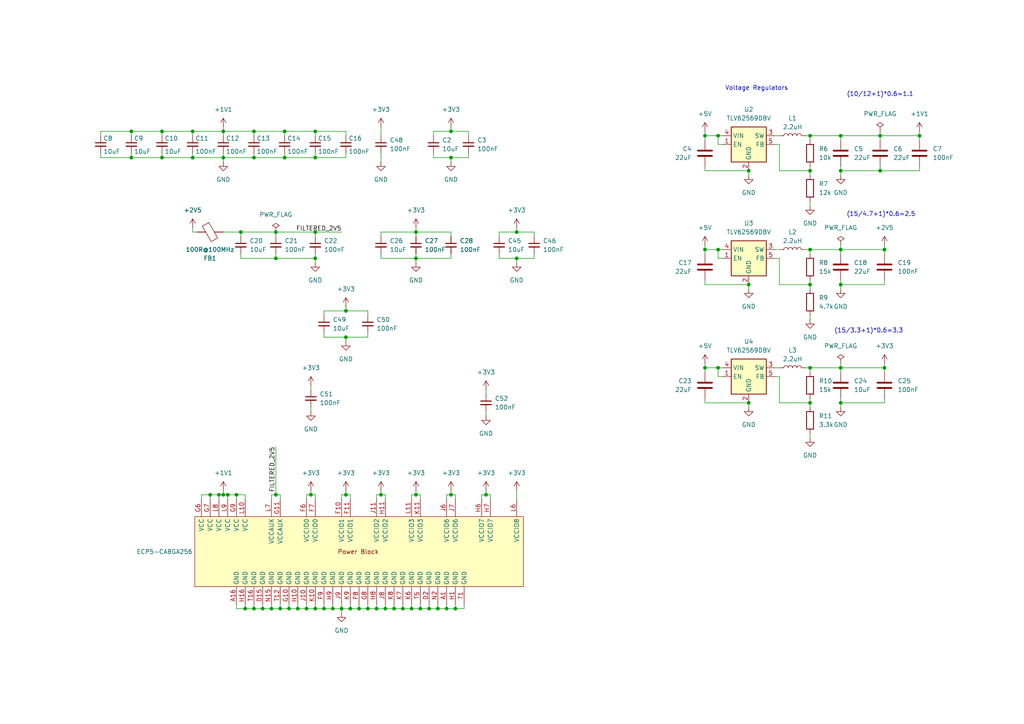
<source format=kicad_sch>
(kicad_sch (version 20250114) (generator "eeschema") (generator_version "9.0")
  (paper "A4")
  (title_block (title "Icepi zero") (date "2025-07-02") (rev "v1.2") (company "Chengyin Yao (cheyao)") (comment 1 "https://github.com/cheyao/icepi-zero") (comment 9 "OSHWA FR000026"))
  (text "(15/4.7+1)*0.6=2.5" (at 255.524 62.23 0) (effects (font (size 1.27 1.27))))
  (text "(10/12+1)*0.6=1.1" (at 255.27 27.432 0) (effects (font (size 1.27 1.27))))
  (text "(15/3.3+1)*0.6=3.3" (at 251.968 96.012 0) (effects (font (size 1.27 1.27))))
  (text "Voltage Regulators" (at 219.456 25.654 0) (effects (font (size 1.27 1.27))))
  (junction (at 104.14 176.53))
  (junction (at 91.44 38.1))
  (junction (at 234.95 82.55))
  (junction (at 66.04 143.51))
  (junction (at 149.86 67.31))
  (junction (at 234.95 116.84))
  (junction (at 86.36 176.53))
  (junction (at 68.58 143.51))
  (junction (at 116.84 176.53))
  (junction (at 243.84 116.84))
  (junction (at 208.28 72.39))
  (junction (at 129.54 176.53))
  (junction (at 243.84 49.53))
  (junction (at 64.77 38.1))
  (junction (at 101.6 176.53))
  (junction (at 132.08 176.53))
  (junction (at 255.27 39.37))
  (junction (at 130.81 143.51))
  (junction (at 46.99 38.1))
  (junction (at 130.81 45.72))
  (junction (at 243.84 39.37))
  (junction (at 100.33 97.79))
  (junction (at 71.12 176.53))
  (junction (at 93.98 176.53))
  (junction (at 99.06 176.53))
  (junction (at 266.7 39.37))
  (junction (at 100.33 90.17))
  (junction (at 243.84 82.55))
  (junction (at 109.22 176.53))
  (junction (at 124.46 176.53))
  (junction (at 120.65 74.93))
  (junction (at 73.66 176.53))
  (junction (at 91.44 45.72))
  (junction (at 208.28 39.37))
  (junction (at 91.44 67.31))
  (junction (at 234.95 49.53))
  (junction (at 83.82 176.53))
  (junction (at 204.47 39.37))
  (junction (at 243.84 106.68))
  (junction (at 217.17 49.53))
  (junction (at 208.28 106.68))
  (junction (at 60.96 143.51))
  (junction (at 38.1 45.72))
  (junction (at 149.86 74.93))
  (junction (at 55.88 45.72))
  (junction (at 80.01 67.31))
  (junction (at 90.17 143.51))
  (junction (at 69.85 67.31))
  (junction (at 119.38 176.53))
  (junction (at 100.33 143.51))
  (junction (at 81.28 176.53))
  (junction (at 114.3 176.53))
  (junction (at 121.92 176.53))
  (junction (at 64.77 45.72))
  (junction (at 234.95 106.68))
  (junction (at 217.17 116.84))
  (junction (at 243.84 72.39))
  (junction (at 256.54 72.39))
  (junction (at 120.65 67.31))
  (junction (at 106.68 176.53))
  (junction (at 82.55 45.72))
  (junction (at 130.81 38.1))
  (junction (at 38.1 38.1))
  (junction (at 204.47 106.68))
  (junction (at 46.99 45.72))
  (junction (at 82.55 38.1))
  (junction (at 256.54 106.68))
  (junction (at 80.01 143.51))
  (junction (at 96.52 176.53))
  (junction (at 73.66 45.72))
  (junction (at 127 176.53))
  (junction (at 91.44 74.93))
  (junction (at 140.97 143.51))
  (junction (at 217.17 82.55))
  (junction (at 80.01 74.93))
  (junction (at 110.49 143.51))
  (junction (at 111.76 176.53))
  (junction (at 73.66 38.1))
  (junction (at 64.77 143.51))
  (junction (at 63.5 143.51))
  (junction (at 55.88 38.1))
  (junction (at 76.2 176.53))
  (junction (at 204.47 72.39))
  (junction (at 120.65 143.51))
  (junction (at 234.95 39.37))
  (junction (at 234.95 72.39))
  (junction (at 88.9 176.53))
  (junction (at 78.74 176.53))
  (junction (at 255.27 49.53))
  (junction (at 91.44 176.53))
  (wire (pts (xy 208.28 39.37) (xy 208.28 41.91)))
  (wire (pts (xy 91.44 45.72) (xy 100.33 45.72)))
  (wire (pts (xy 100.33 142.24) (xy 100.33 143.51)))
  (wire (pts (xy 140.97 113.03) (xy 140.97 114.3)))
  (wire (pts (xy 234.95 72.39) (xy 233.68 72.39)))
  (wire (pts (xy 125.73 45.72) (xy 130.81 45.72)))
  (wire (pts (xy 99.06 143.51) (xy 100.33 143.51)))
  (wire (pts (xy 204.47 39.37) (xy 208.28 39.37)))
  (wire (pts (xy 64.77 45.72) (xy 64.77 44.45)))
  (wire (pts (xy 204.47 105.41) (xy 204.47 106.68)))
  (wire (pts (xy 266.7 39.37) (xy 255.27 39.37)))
  (wire (pts (xy 134.62 175.26) (xy 134.62 176.53)))
  (wire (pts (xy 204.47 39.37) (xy 204.47 40.64)))
  (wire (pts (xy 109.22 176.53) (xy 109.22 175.26)))
  (wire (pts (xy 140.97 120.65) (xy 140.97 119.38)))
  (wire (pts (xy 82.55 38.1) (xy 82.55 39.37)))
  (wire (pts (xy 29.21 44.45) (xy 29.21 45.72)))
  (wire (pts (xy 64.77 142.24) (xy 64.77 143.51)))
  (wire (pts (xy 78.74 143.51) (xy 78.74 144.78)))
  (wire (pts (xy 132.08 143.51) (xy 132.08 144.78)))
  (wire (pts (xy 120.65 143.51) (xy 121.92 143.51)))
  (wire (pts (xy 38.1 38.1) (xy 46.99 38.1)))
  (wire (pts (xy 234.95 49.53) (xy 226.06 49.53)))
  (wire (pts (xy 29.21 45.72) (xy 38.1 45.72)))
  (wire (pts (xy 93.98 90.17) (xy 100.33 90.17)))
  (wire (pts (xy 86.36 176.53) (xy 83.82 176.53)))
  (wire (pts (xy 99.06 176.53) (xy 99.06 175.26)))
  (wire (pts (xy 149.86 76.2) (xy 149.86 74.93)))
  (wire (pts (xy 104.14 176.53) (xy 101.6 176.53)))
  (wire (pts (xy 110.49 44.45) (xy 110.49 46.99)))
  (wire (pts (xy 234.95 106.68) (xy 243.84 106.68)))
  (wire (pts (xy 120.65 66.04) (xy 120.65 67.31)))
  (wire (pts (xy 80.01 129.54) (xy 80.01 143.51)))
  (wire (pts (xy 243.84 118.11) (xy 243.84 116.84)))
  (wire (pts (xy 104.14 175.26) (xy 104.14 176.53)))
  (wire (pts (xy 234.95 72.39) (xy 243.84 72.39)))
  (wire (pts (xy 134.62 176.53) (xy 132.08 176.53)))
  (wire (pts (xy 100.33 97.79) (xy 106.68 97.79)))
  (wire (pts (xy 110.49 67.31) (xy 110.49 68.58)))
  (wire (pts (xy 101.6 143.51) (xy 101.6 144.78)))
  (wire (pts (xy 88.9 176.53) (xy 86.36 176.53)))
  (wire (pts (xy 46.99 45.72) (xy 55.88 45.72)))
  (wire (pts (xy 91.44 68.58) (xy 91.44 67.31)))
  (wire (pts (xy 140.97 142.24) (xy 140.97 143.51)))
  (wire (pts (xy 55.88 38.1) (xy 55.88 39.37)))
  (wire (pts (xy 110.49 73.66) (xy 110.49 74.93)))
  (wire (pts (xy 55.88 45.72) (xy 64.77 45.72)))
  (wire (pts (xy 204.47 48.26) (xy 204.47 49.53)))
  (wire (pts (xy 46.99 45.72) (xy 46.99 44.45)))
  (wire (pts (xy 243.84 71.12) (xy 243.84 72.39)))
  (wire (pts (xy 66.04 143.51) (xy 66.04 144.78)))
  (wire (pts (xy 99.06 176.53) (xy 99.06 177.8)))
  (wire (pts (xy 90.17 118.11) (xy 90.17 119.38)))
  (wire (pts (xy 80.01 74.93) (xy 91.44 74.93)))
  (wire (pts (xy 204.47 82.55) (xy 217.17 82.55)))
  (wire (pts (xy 256.54 116.84) (xy 256.54 115.57)))
  (wire (pts (xy 234.95 107.95) (xy 234.95 106.68)))
  (wire (pts (xy 120.65 74.93) (xy 130.81 74.93)))
  (wire (pts (xy 234.95 116.84) (xy 226.06 116.84)))
  (wire (pts (xy 243.84 73.66) (xy 243.84 72.39)))
  (wire (pts (xy 109.22 144.78) (xy 109.22 143.51)))
  (wire (pts (xy 96.52 176.53) (xy 93.98 176.53)))
  (wire (pts (xy 130.81 36.83) (xy 130.81 38.1)))
  (wire (pts (xy 73.66 175.26) (xy 73.66 176.53)))
  (wire (pts (xy 86.36 175.26) (xy 86.36 176.53)))
  (wire (pts (xy 130.81 38.1) (xy 125.73 38.1)))
  (wire (pts (xy 64.77 67.31) (xy 69.85 67.31)))
  (wire (pts (xy 106.68 176.53) (xy 104.14 176.53)))
  (wire (pts (xy 208.28 106.68) (xy 209.55 106.68)))
  (wire (pts (xy 83.82 176.53) (xy 81.28 176.53)))
  (wire (pts (xy 29.21 38.1) (xy 38.1 38.1)))
  (wire (pts (xy 130.81 142.24) (xy 130.81 143.51)))
  (wire (pts (xy 38.1 45.72) (xy 46.99 45.72)))
  (wire (pts (xy 234.95 40.64) (xy 234.95 39.37)))
  (wire (pts (xy 93.98 176.53) (xy 91.44 176.53)))
  (wire (pts (xy 119.38 176.53) (xy 119.38 175.26)))
  (wire (pts (xy 82.55 38.1) (xy 91.44 38.1)))
  (wire (pts (xy 125.73 44.45) (xy 125.73 45.72)))
  (wire (pts (xy 132.08 175.26) (xy 132.08 176.53)))
  (wire (pts (xy 130.81 68.58) (xy 130.81 67.31)))
  (wire (pts (xy 114.3 176.53) (xy 111.76 176.53)))
  (wire (pts (xy 99.06 176.53) (xy 96.52 176.53)))
  (wire (pts (xy 234.95 106.68) (xy 233.68 106.68)))
  (wire (pts (xy 255.27 40.64) (xy 255.27 39.37)))
  (wire (pts (xy 64.77 143.51) (xy 66.04 143.51)))
  (wire (pts (xy 130.81 38.1) (xy 135.89 38.1)))
  (wire (pts (xy 243.84 50.8) (xy 243.84 49.53)))
  (wire (pts (xy 256.54 106.68) (xy 243.84 106.68)))
  (wire (pts (xy 29.21 38.1) (xy 29.21 39.37)))
  (wire (pts (xy 255.27 49.53) (xy 266.7 49.53)))
  (wire (pts (xy 204.47 72.39) (xy 208.28 72.39)))
  (wire (pts (xy 119.38 176.53) (xy 116.84 176.53)))
  (wire (pts (xy 110.49 36.83) (xy 110.49 39.37)))
  (wire (pts (xy 82.55 45.72) (xy 82.55 44.45)))
  (wire (pts (xy 73.66 38.1) (xy 73.66 39.37)))
  (wire (pts (xy 69.85 74.93) (xy 80.01 74.93)))
  (wire (pts (xy 78.74 176.53) (xy 76.2 176.53)))
  (wire (pts (xy 266.7 38.1) (xy 266.7 39.37)))
  (wire (pts (xy 204.47 71.12) (xy 204.47 72.39)))
  (wire (pts (xy 80.01 74.93) (xy 80.01 73.66)))
  (wire (pts (xy 71.12 176.53) (xy 68.58 176.53)))
  (wire (pts (xy 73.66 45.72) (xy 82.55 45.72)))
  (wire (pts (xy 204.47 38.1) (xy 204.47 39.37)))
  (wire (pts (xy 256.54 105.41) (xy 256.54 106.68)))
  (wire (pts (xy 81.28 176.53) (xy 78.74 176.53)))
  (wire (pts (xy 120.65 74.93) (xy 120.65 76.2)))
  (wire (pts (xy 149.86 142.24) (xy 149.86 144.78)))
  (wire (pts (xy 243.84 82.55) (xy 256.54 82.55)))
  (wire (pts (xy 46.99 38.1) (xy 55.88 38.1)))
  (wire (pts (xy 256.54 71.12) (xy 256.54 72.39)))
  (wire (pts (xy 129.54 144.78) (xy 129.54 143.51)))
  (wire (pts (xy 111.76 176.53) (xy 109.22 176.53)))
  (wire (pts (xy 63.5 143.51) (xy 64.77 143.51)))
  (wire (pts (xy 204.47 116.84) (xy 217.17 116.84)))
  (wire (pts (xy 125.73 38.1) (xy 125.73 39.37)))
  (wire (pts (xy 91.44 44.45) (xy 91.44 45.72)))
  (wire (pts (xy 266.7 49.53) (xy 266.7 48.26)))
  (wire (pts (xy 130.81 45.72) (xy 135.89 45.72)))
  (wire (pts (xy 130.81 74.93) (xy 130.81 73.66)))
  (wire (pts (xy 121.92 176.53) (xy 119.38 176.53)))
  (wire (pts (xy 100.33 45.72) (xy 100.33 44.45)))
  (wire (pts (xy 100.33 39.37) (xy 100.33 38.1)))
  (wire (pts (xy 110.49 143.51) (xy 111.76 143.51)))
  (wire (pts (xy 68.58 176.53) (xy 68.58 175.26)))
  (wire (pts (xy 69.85 67.31) (xy 80.01 67.31)))
  (wire (pts (xy 109.22 176.53) (xy 106.68 176.53)))
  (wire (pts (xy 234.95 125.73) (xy 234.95 127)))
  (wire (pts (xy 81.28 175.26) (xy 81.28 176.53)))
  (wire (pts (xy 132.08 176.53) (xy 129.54 176.53)))
  (wire (pts (xy 93.98 97.79) (xy 100.33 97.79)))
  (wire (pts (xy 256.54 72.39) (xy 243.84 72.39)))
  (wire (pts (xy 234.95 48.26) (xy 234.95 49.53)))
  (wire (pts (xy 93.98 97.79) (xy 93.98 96.52)))
  (wire (pts (xy 149.86 66.04) (xy 149.86 67.31)))
  (wire (pts (xy 243.84 105.41) (xy 243.84 106.68)))
  (wire (pts (xy 91.44 175.26) (xy 91.44 176.53)))
  (wire (pts (xy 243.84 40.64) (xy 243.84 39.37)))
  (wire (pts (xy 130.81 143.51) (xy 132.08 143.51)))
  (wire (pts (xy 204.47 81.28) (xy 204.47 82.55)))
  (wire (pts (xy 217.17 82.55) (xy 217.17 83.82)))
  (wire (pts (xy 111.76 175.26) (xy 111.76 176.53)))
  (wire (pts (xy 234.95 82.55) (xy 226.06 82.55)))
  (wire (pts (xy 234.95 39.37) (xy 243.84 39.37)))
  (wire (pts (xy 91.44 38.1) (xy 100.33 38.1)))
  (wire (pts (xy 64.77 38.1) (xy 55.88 38.1)))
  (wire (pts (xy 224.79 72.39) (xy 226.06 72.39)))
  (wire (pts (xy 208.28 72.39) (xy 209.55 72.39)))
  (wire (pts (xy 204.47 115.57) (xy 204.47 116.84)))
  (wire (pts (xy 243.84 116.84) (xy 243.84 115.57)))
  (wire (pts (xy 135.89 38.1) (xy 135.89 39.37)))
  (wire (pts (xy 142.24 143.51) (xy 142.24 144.78)))
  (wire (pts (xy 91.44 143.51) (xy 91.44 144.78)))
  (wire (pts (xy 266.7 39.37) (xy 266.7 40.64)))
  (wire (pts (xy 226.06 49.53) (xy 226.06 41.91)))
  (wire (pts (xy 243.84 107.95) (xy 243.84 106.68)))
  (wire (pts (xy 204.47 106.68) (xy 204.47 107.95)))
  (wire (pts (xy 120.65 74.93) (xy 120.65 73.66)))
  (wire (pts (xy 100.33 90.17) (xy 106.68 90.17)))
  (wire (pts (xy 100.33 99.06) (xy 100.33 97.79)))
  (wire (pts (xy 116.84 176.53) (xy 114.3 176.53)))
  (wire (pts (xy 91.44 67.31) (xy 99.06 67.31)))
  (wire (pts (xy 99.06 144.78) (xy 99.06 143.51)))
  (wire (pts (xy 46.99 38.1) (xy 46.99 39.37)))
  (wire (pts (xy 68.58 143.51) (xy 68.58 144.78)))
  (wire (pts (xy 234.95 91.44) (xy 234.95 92.71)))
  (wire (pts (xy 101.6 176.53) (xy 99.06 176.53)))
  (wire (pts (xy 76.2 176.53) (xy 73.66 176.53)))
  (wire (pts (xy 208.28 72.39) (xy 208.28 74.93)))
  (wire (pts (xy 124.46 176.53) (xy 121.92 176.53)))
  (wire (pts (xy 100.33 88.9) (xy 100.33 90.17)))
  (wire (pts (xy 73.66 38.1) (xy 82.55 38.1)))
  (wire (pts (xy 234.95 81.28) (xy 234.95 82.55)))
  (wire (pts (xy 234.95 82.55) (xy 234.95 83.82)))
  (wire (pts (xy 60.96 143.51) (xy 60.96 144.78)))
  (wire (pts (xy 127 176.53) (xy 124.46 176.53)))
  (wire (pts (xy 243.84 82.55) (xy 243.84 81.28)))
  (wire (pts (xy 80.01 143.51) (xy 81.28 143.51)))
  (wire (pts (xy 204.47 49.53) (xy 217.17 49.53)))
  (wire (pts (xy 144.78 74.93) (xy 149.86 74.93)))
  (wire (pts (xy 69.85 67.31) (xy 69.85 68.58)))
  (wire (pts (xy 91.44 74.93) (xy 91.44 73.66)))
  (wire (pts (xy 64.77 36.83) (xy 64.77 38.1)))
  (wire (pts (xy 55.88 44.45) (xy 55.88 45.72)))
  (wire (pts (xy 109.22 143.51) (xy 110.49 143.51)))
  (wire (pts (xy 226.06 116.84) (xy 226.06 109.22)))
  (wire (pts (xy 110.49 74.93) (xy 120.65 74.93)))
  (wire (pts (xy 208.28 106.68) (xy 208.28 109.22)))
  (wire (pts (xy 139.7 144.78) (xy 139.7 143.51)))
  (wire (pts (xy 234.95 39.37) (xy 233.68 39.37)))
  (wire (pts (xy 116.84 175.26) (xy 116.84 176.53)))
  (wire (pts (xy 234.95 49.53) (xy 234.95 50.8)))
  (wire (pts (xy 255.27 38.1) (xy 255.27 39.37)))
  (wire (pts (xy 73.66 44.45) (xy 73.66 45.72)))
  (wire (pts (xy 217.17 49.53) (xy 217.17 50.8)))
  (wire (pts (xy 66.04 143.51) (xy 68.58 143.51)))
  (wire (pts (xy 129.54 143.51) (xy 130.81 143.51)))
  (wire (pts (xy 120.65 67.31) (xy 120.65 68.58)))
  (wire (pts (xy 71.12 143.51) (xy 71.12 144.78)))
  (wire (pts (xy 88.9 176.53) (xy 88.9 175.26)))
  (wire (pts (xy 110.49 142.24) (xy 110.49 143.51)))
  (wire (pts (xy 208.28 74.93) (xy 209.55 74.93)))
  (wire (pts (xy 127 175.26) (xy 127 176.53)))
  (wire (pts (xy 78.74 176.53) (xy 78.74 175.26)))
  (wire (pts (xy 64.77 38.1) (xy 64.77 39.37)))
  (wire (pts (xy 224.79 39.37) (xy 226.06 39.37)))
  (wire (pts (xy 69.85 73.66) (xy 69.85 74.93)))
  (wire (pts (xy 73.66 176.53) (xy 71.12 176.53)))
  (wire (pts (xy 234.95 73.66) (xy 234.95 72.39)))
  (wire (pts (xy 93.98 90.17) (xy 93.98 91.44)))
  (wire (pts (xy 255.27 39.37) (xy 243.84 39.37)))
  (wire (pts (xy 130.81 46.99) (xy 130.81 45.72)))
  (wire (pts (xy 204.47 72.39) (xy 204.47 73.66)))
  (wire (pts (xy 91.44 38.1) (xy 91.44 39.37)))
  (wire (pts (xy 93.98 175.26) (xy 93.98 176.53)))
  (wire (pts (xy 119.38 143.51) (xy 119.38 144.78)))
  (wire (pts (xy 88.9 143.51) (xy 88.9 144.78)))
  (wire (pts (xy 124.46 175.26) (xy 124.46 176.53)))
  (wire (pts (xy 106.68 90.17) (xy 106.68 91.44)))
  (wire (pts (xy 80.01 67.31) (xy 91.44 67.31)))
  (wire (pts (xy 38.1 38.1) (xy 38.1 39.37)))
  (wire (pts (xy 55.88 66.04) (xy 55.88 67.31)))
  (wire (pts (xy 121.92 143.51) (xy 121.92 144.78)))
  (wire (pts (xy 154.94 67.31) (xy 154.94 68.58)))
  (wire (pts (xy 224.79 106.68) (xy 226.06 106.68)))
  (wire (pts (xy 226.06 109.22) (xy 224.79 109.22)))
  (wire (pts (xy 106.68 96.52) (xy 106.68 97.79)))
  (wire (pts (xy 256.54 82.55) (xy 256.54 81.28)))
  (wire (pts (xy 226.06 41.91) (xy 224.79 41.91)))
  (wire (pts (xy 120.65 143.51) (xy 119.38 143.51)))
  (wire (pts (xy 106.68 175.26) (xy 106.68 176.53)))
  (wire (pts (xy 60.96 143.51) (xy 58.42 143.51)))
  (wire (pts (xy 88.9 143.51) (xy 90.17 143.51)))
  (wire (pts (xy 80.01 67.31) (xy 80.01 68.58)))
  (wire (pts (xy 73.66 38.1) (xy 64.77 38.1)))
  (wire (pts (xy 243.84 83.82) (xy 243.84 82.55)))
  (wire (pts (xy 217.17 116.84) (xy 217.17 118.11)))
  (wire (pts (xy 135.89 45.72) (xy 135.89 44.45)))
  (wire (pts (xy 101.6 175.26) (xy 101.6 176.53)))
  (wire (pts (xy 58.42 143.51) (xy 58.42 144.78)))
  (wire (pts (xy 91.44 176.53) (xy 88.9 176.53)))
  (wire (pts (xy 63.5 143.51) (xy 63.5 144.78)))
  (wire (pts (xy 140.97 143.51) (xy 142.24 143.51)))
  (wire (pts (xy 255.27 49.53) (xy 243.84 49.53)))
  (wire (pts (xy 149.86 74.93) (xy 154.94 74.93)))
  (wire (pts (xy 208.28 41.91) (xy 209.55 41.91)))
  (wire (pts (xy 64.77 45.72) (xy 73.66 45.72)))
  (wire (pts (xy 76.2 175.26) (xy 76.2 176.53)))
  (wire (pts (xy 234.95 115.57) (xy 234.95 116.84)))
  (wire (pts (xy 81.28 143.51) (xy 81.28 144.78)))
  (wire (pts (xy 96.52 175.26) (xy 96.52 176.53)))
  (wire (pts (xy 71.12 175.26) (xy 71.12 176.53)))
  (wire (pts (xy 100.33 143.51) (xy 101.6 143.51)))
  (wire (pts (xy 129.54 175.26) (xy 129.54 176.53)))
  (wire (pts (xy 91.44 74.93) (xy 91.44 76.2)))
  (wire (pts (xy 154.94 74.93) (xy 154.94 73.66)))
  (wire (pts (xy 204.47 106.68) (xy 208.28 106.68)))
  (wire (pts (xy 208.28 39.37) (xy 209.55 39.37)))
  (wire (pts (xy 111.76 143.51) (xy 111.76 144.78)))
  (wire (pts (xy 243.84 49.53) (xy 243.84 48.26)))
  (wire (pts (xy 110.49 67.31) (xy 120.65 67.31)))
  (wire (pts (xy 256.54 72.39) (xy 256.54 73.66)))
  (wire (pts (xy 63.5 143.51) (xy 60.96 143.51)))
  (wire (pts (xy 234.95 116.84) (xy 234.95 118.11)))
  (wire (pts (xy 64.77 45.72) (xy 64.77 46.99)))
  (wire (pts (xy 226.06 82.55) (xy 226.06 74.93)))
  (wire (pts (xy 90.17 143.51) (xy 91.44 143.51)))
  (wire (pts (xy 38.1 45.72) (xy 38.1 44.45)))
  (wire (pts (xy 90.17 142.24) (xy 90.17 143.51)))
  (wire (pts (xy 243.84 116.84) (xy 256.54 116.84)))
  (wire (pts (xy 55.88 67.31) (xy 57.15 67.31)))
  (wire (pts (xy 234.95 58.42) (xy 234.95 59.69)))
  (wire (pts (xy 255.27 49.53) (xy 255.27 48.26)))
  (wire (pts (xy 149.86 67.31) (xy 154.94 67.31)))
  (wire (pts (xy 226.06 74.93) (xy 224.79 74.93)))
  (wire (pts (xy 120.65 67.31) (xy 130.81 67.31)))
  (wire (pts (xy 68.58 143.51) (xy 71.12 143.51)))
  (wire (pts (xy 139.7 143.51) (xy 140.97 143.51)))
  (wire (pts (xy 121.92 175.26) (xy 121.92 176.53)))
  (wire (pts (xy 78.74 143.51) (xy 80.01 143.51)))
  (wire (pts (xy 256.54 106.68) (xy 256.54 107.95)))
  (wire (pts (xy 114.3 175.26) (xy 114.3 176.53)))
  (wire (pts (xy 90.17 111.76) (xy 90.17 113.03)))
  (wire (pts (xy 83.82 175.26) (xy 83.82 176.53)))
  (wire (pts (xy 129.54 176.53) (xy 127 176.53)))
  (wire (pts (xy 120.65 142.24) (xy 120.65 143.51)))
  (wire (pts (xy 144.78 67.31) (xy 144.78 68.58)))
  (wire (pts (xy 144.78 73.66) (xy 144.78 74.93)))
  (wire (pts (xy 208.28 109.22) (xy 209.55 109.22)))
  (wire (pts (xy 82.55 45.72) (xy 91.44 45.72)))
  (wire (pts (xy 144.78 67.31) (xy 149.86 67.31)))
  (label "FILTERED_2V5" (at 99.06 67.31 180))
  (label "FILTERED_2V5" (at 80.01 129.54 270))
  (symbol (lib_id "Device:C_Small") (at 154.94 71.12 0) (unit 1)
    (property "Reference" "C46" (at 157.48 69.8562 0) (effects (justify left)))
    (property "Value" "100nF" (at 157.48 72.3962 0) (effects (justify left)))
    (property "Footprint" "Capacitor_SMD:C_0402_1005Metric" (effects (hide yes)))
    (property "Description" "Unpolarized capacitor, small symbol" (effects (hide yes)))
    (property "LCSC Part #" "C307331 " (effects (hide yes)))
  )
  (symbol (lib_id "Device:FerriteBead") (at 60.96 67.31 90) (mirror x) (unit 1)
    (property "Reference" "FB1" (at 60.9092 74.93 90))
    (property "Value" "100R@100MHz" (at 60.9092 72.39 90))
    (property "Footprint" "Inductor_SMD:L_0805_2012Metric" (effects (hide yes)))
    (property "Description" "Ferrite bead" (effects (hide yes)))
    (property "LCSC Part #" "C1015" (effects (hide yes)))
  )
  (symbol (lib_id "power:GND") (at 149.86 76.2 0) (unit 1)
    (property "Reference" "#PWR075" (effects (hide yes)))
    (property "Value" "GND" (at 149.86 81.28 0))
    (property "Description" "Power symbol creates a global label with name \"GND\" , ground" (effects (hide yes)))
  )
  (symbol (lib_id "Device:C") (at 256.54 77.47 0) (unit 1)
    (property "Reference" "C19" (at 260.35 76.1999 0) (effects (justify left)))
    (property "Value" "100nF" (at 260.35 78.7399 0) (effects (justify left)))
    (property "Footprint" "Capacitor_SMD:C_0402_1005Metric" (effects (hide yes)))
    (property "Description" "Unpolarized capacitor" (effects (hide yes)))
    (property "LCSC Part #" "C307331 " (effects (hide yes)))
  )
  (symbol (lib_id "power:+3V3") (at 100.33 142.24 0) (unit 1)
    (property "Reference" "#PWR0107" (effects (hide yes)))
    (property "Value" "+3V3" (at 100.33 137.16 0))
    (property "Description" "Power symbol creates a global label with name \"+3V3\"" (effects (hide yes)))
  )
  (symbol (lib_id "Device:R") (at 234.95 54.61 0) (unit 1)
    (property "Reference" "R7" (at 237.49 53.3399 0) (effects (justify left)))
    (property "Value" "12k" (at 237.49 55.8799 0) (effects (justify left)))
    (property "Footprint" "Resistor_SMD:R_0402_1005Metric" (effects (hide yes)))
    (property "Description" "Resistor" (effects (hide yes)))
    (property "LCSC Part #" "C25752" (effects (hide yes)))
  )
  (symbol (lib_id "Device:C_Small") (at 80.01 71.12 0) (unit 1)
    (property "Reference" "C21" (at 82.55 69.8562 0) (effects (justify left)))
    (property "Value" "100nF" (at 82.55 72.3962 0) (effects (justify left)))
    (property "Footprint" "Capacitor_SMD:C_0402_1005Metric" (effects (hide yes)))
    (property "Description" "Unpolarized capacitor, small symbol" (effects (hide yes)))
    (property "LCSC Part #" "C307331 " (effects (hide yes)))
  )
  (symbol (lib_id "power:PWR_FLAG") (at 255.27 38.1 0) (unit 1)
    (property "Reference" "#FLG01" (effects (hide yes)))
    (property "Value" "PWR_FLAG" (at 255.27 33.02 0))
    (property "Description" "Special symbol for telling ERC where power comes from" (effects (hide yes)))
  )
  (symbol (lib_id "power:+2V5") (at 256.54 71.12 0) (unit 1)
    (property "Reference" "#PWR032" (effects (hide yes)))
    (property "Value" "+2V5" (at 256.54 66.04 0))
    (property "Description" "Power symbol creates a global label with name \"+2V5\"" (effects (hide yes)))
  )
  (symbol (lib_id "Device:L") (at 229.87 106.68 90) (unit 1)
    (property "Reference" "L3" (at 229.87 101.6 90))
    (property "Value" "2.2uH" (at 229.87 104.14 90))
    (property "Footprint" "Inductor_SMD:L_0805_2012Metric" (effects (hide yes)))
    (property "Description" "Inductor" (effects (hide yes)))
    (property "LCSC Part #" "C1043" (effects (hide yes)))
  )
  (symbol (lib_id "Regulator_Switching:TLV62569DBV") (at 217.17 41.91 0) (unit 1)
    (property "Reference" "U2" (at 217.17 31.75 0))
    (property "Value" "TLV62569DBV" (at 217.17 34.29 0))
    (property "Footprint" "Package_TO_SOT_SMD:SOT-23-5" (effects (hide yes)))
    (property "Datasheet" "http://www.ti.com/lit/ds/symlink/tlv62569.pdf" (effects (hide yes)))
    (property "Description" "High Efficiency Synchronous Buck Converter, Adjustable Output 0.6V-5.5V, 2A, SOT-23-5" (effects (hide yes)))
    (property "LCSC Part #" "C141836" (effects (hide yes)))
  )
  (symbol (lib_id "Device:R") (at 234.95 111.76 0) (unit 1)
    (property "Reference" "R10" (at 237.49 110.4899 0) (effects (justify left)))
    (property "Value" "15k" (at 237.49 113.0299 0) (effects (justify left)))
    (property "Footprint" "Resistor_SMD:R_0402_1005Metric" (effects (hide yes)))
    (property "Description" "Resistor" (effects (hide yes)))
    (property "LCSC Part #" "C25756" (effects (hide yes)))
  )
  (symbol (lib_id "power:+3V3") (at 149.86 142.24 0) (unit 1)
    (property "Reference" "#PWR0102" (effects (hide yes)))
    (property "Value" "+3V3" (at 149.86 137.16 0))
    (property "Description" "Power symbol creates a global label with name \"+3V3\"" (effects (hide yes)))
  )
  (symbol (lib_id "Device:C_Small") (at 144.78 71.12 0) (unit 1)
    (property "Reference" "C45" (at 147.32 69.8562 0) (effects (justify left)))
    (property "Value" "10uF" (at 147.32 72.3962 0) (effects (justify left)))
    (property "Footprint" "Capacitor_SMD:C_0603_1608Metric" (effects (hide yes)))
    (property "Description" "Unpolarized capacitor, small symbol" (effects (hide yes)))
    (property "LCSC Part #" "C19702" (effects (hide yes)))
  )
  (symbol (lib_id "Device:R") (at 234.95 44.45 0) (unit 1)
    (property "Reference" "R6" (at 237.49 43.1799 0) (effects (justify left)))
    (property "Value" "10k" (at 237.49 45.7199 0) (effects (justify left)))
    (property "Footprint" "Resistor_SMD:R_0402_1005Metric" (effects (hide yes)))
    (property "Description" "Resistor" (effects (hide yes)))
    (property "LCSC Part #" "C25744" (effects (hide yes)))
  )
  (symbol (lib_id "Device:C_Small") (at 55.88 41.91 0) (unit 1)
    (property "Reference" "C11" (at 56.642 40.132 0) (effects (justify left)))
    (property "Value" "100nF" (at 56.642 43.942 0) (effects (justify left)))
    (property "Footprint" "Capacitor_SMD:C_0402_1005Metric" (effects (hide yes)))
    (property "Description" "Unpolarized capacitor, small symbol" (effects (hide yes)))
    (property "LCSC Part #" "C307331 " (effects (hide yes)))
  )
  (symbol (lib_id "power:PWR_FLAG") (at 243.84 105.41 0) (unit 1)
    (property "Reference" "#FLG04" (effects (hide yes)))
    (property "Value" "PWR_FLAG" (at 243.84 100.33 0))
    (property "Description" "Special symbol for telling ERC where power comes from" (effects (hide yes)))
  )
  (symbol (lib_id "power:GND") (at 234.95 127 0) (unit 1)
    (property "Reference" "#PWR044" (effects (hide yes)))
    (property "Value" "GND" (at 234.95 132.08 0))
    (property "Description" "Power symbol creates a global label with name \"GND\" , ground" (effects (hide yes)))
  )
  (symbol (lib_id "Device:C_Small") (at 106.68 93.98 0) (unit 1)
    (property "Reference" "C50" (at 109.22 92.7162 0) (effects (justify left)))
    (property "Value" "100nF" (at 109.22 95.2562 0) (effects (justify left)))
    (property "Footprint" "Capacitor_SMD:C_0402_1005Metric" (effects (hide yes)))
    (property "Description" "Unpolarized capacitor, small symbol" (effects (hide yes)))
    (property "LCSC Part #" "C307331 " (effects (hide yes)))
  )
  (symbol (lib_id "Device:C_Small") (at 29.21 41.91 0) (unit 1)
    (property "Reference" "C8" (at 29.972 40.132 0) (effects (justify left)))
    (property "Value" "10uF" (at 29.972 43.942 0) (effects (justify left)))
    (property "Footprint" "Capacitor_SMD:C_0603_1608Metric" (effects (hide yes)))
    (property "Description" "Unpolarized capacitor, small symbol" (effects (hide yes)))
    (property "LCSC Part #" "C19702" (effects (hide yes)))
  )
  (symbol (lib_id "Regulator_Switching:TLV62569DBV") (at 217.17 74.93 0) (unit 1)
    (property "Reference" "U3" (at 217.17 64.77 0))
    (property "Value" "TLV62569DBV" (at 217.17 67.31 0))
    (property "Footprint" "Package_TO_SOT_SMD:SOT-23-5" (effects (hide yes)))
    (property "Datasheet" "http://www.ti.com/lit/ds/symlink/tlv62569.pdf" (effects (hide yes)))
    (property "Description" "High Efficiency Synchronous Buck Converter, Adjustable Output 0.6V-5.5V, 2A, SOT-23-5" (effects (hide yes)))
    (property "LCSC Part #" "C141836" (effects (hide yes)))
  )
  (symbol (lib_id "power:GND") (at 234.95 92.71 0) (unit 1)
    (property "Reference" "#PWR039" (effects (hide yes)))
    (property "Value" "GND" (at 234.95 97.79 0))
    (property "Description" "Power symbol creates a global label with name \"GND\" , ground" (effects (hide yes)))
  )
  (symbol (lib_id "power:+3V3") (at 110.49 142.24 0) (unit 1)
    (property "Reference" "#PWR0106" (effects (hide yes)))
    (property "Value" "+3V3" (at 110.49 137.16 0))
    (property "Description" "Power symbol creates a global label with name \"+3V3\"" (effects (hide yes)))
  )
  (symbol (lib_id "power:GND") (at 243.84 118.11 0) (unit 1)
    (property "Reference" "#PWR043" (effects (hide yes)))
    (property "Value" "GND" (at 243.84 123.19 0))
    (property "Description" "Power symbol creates a global label with name \"GND\" , ground" (effects (hide yes)))
  )
  (symbol (lib_id "Device:C_Small") (at 130.81 71.12 0) (unit 1)
    (property "Reference" "C28" (at 133.35 69.8562 0) (effects (justify left)))
    (property "Value" "100nF" (at 133.35 72.3962 0) (effects (justify left)))
    (property "Footprint" "Capacitor_SMD:C_0402_1005Metric" (effects (hide yes)))
    (property "Description" "Unpolarized capacitor, small symbol" (effects (hide yes)))
    (property "LCSC Part #" "C307331 " (effects (hide yes)))
  )
  (symbol (lib_id "power:+3V3") (at 140.97 142.24 0) (unit 1)
    (property "Reference" "#PWR0103" (effects (hide yes)))
    (property "Value" "+3V3" (at 140.97 137.16 0))
    (property "Description" "Power symbol creates a global label with name \"+3V3\"" (effects (hide yes)))
  )
  (symbol (lib_id "power:GND") (at 243.84 50.8 0) (unit 1)
    (property "Reference" "#PWR028" (effects (hide yes)))
    (property "Value" "GND" (at 243.84 55.88 0))
    (property "Description" "Power symbol creates a global label with name \"GND\" , ground" (effects (hide yes)))
  )
  (symbol (lib_id "power:+3V3") (at 140.97 113.03 0) (unit 1)
    (property "Reference" "#PWR099" (effects (hide yes)))
    (property "Value" "+3V3" (at 140.97 107.95 0))
    (property "Description" "Power symbol creates a global label with name \"+3V3\"" (effects (hide yes)))
  )
  (symbol (lib_id "power:GND") (at 243.84 83.82 0) (unit 1)
    (property "Reference" "#PWR036" (effects (hide yes)))
    (property "Value" "GND" (at 243.84 88.9 0))
    (property "Description" "Power symbol creates a global label with name \"GND\" , ground" (effects (hide yes)))
  )
  (symbol (lib_id "power:+5V") (at 204.47 38.1 0) (unit 1)
    (property "Reference" "#PWR025" (effects (hide yes)))
    (property "Value" "+5V" (at 204.47 33.02 0))
    (property "Description" "Power symbol creates a global label with name \"+5V\"" (effects (hide yes)))
  )
  (symbol (lib_id "Device:C_Small") (at 110.49 71.12 0) (unit 1)
    (property "Reference" "C26" (at 113.03 69.8562 0) (effects (justify left)))
    (property "Value" "10uF" (at 113.03 72.3962 0) (effects (justify left)))
    (property "Footprint" "Capacitor_SMD:C_0603_1608Metric" (effects (hide yes)))
    (property "Description" "Unpolarized capacitor, small symbol" (effects (hide yes)))
    (property "LCSC Part #" "C19702" (effects (hide yes)))
  )
  (symbol (lib_id "Device:R") (at 234.95 121.92 0) (unit 1)
    (property "Reference" "R11" (at 237.49 120.6499 0) (effects (justify left)))
    (property "Value" "3.3k" (at 237.49 123.1899 0) (effects (justify left)))
    (property "Footprint" "Resistor_SMD:R_0402_1005Metric" (effects (hide yes)))
    (property "Description" "Resistor" (effects (hide yes)))
    (property "LCSC Part #" "C25890 " (effects (hide yes)))
  )
  (symbol (lib_id "Device:C_Small") (at 46.99 41.91 0) (unit 1)
    (property "Reference" "C10" (at 47.752 40.132 0) (effects (justify left)))
    (property "Value" "10uF" (at 47.752 43.942 0) (effects (justify left)))
    (property "Footprint" "Capacitor_SMD:C_0603_1608Metric" (effects (hide yes)))
    (property "Description" "Unpolarized capacitor, small symbol" (effects (hide yes)))
    (property "LCSC Part #" "C19702" (effects (hide yes)))
  )
  (symbol (lib_id "Device:C_Small") (at 120.65 71.12 0) (unit 1)
    (property "Reference" "C27" (at 123.19 69.8562 0) (effects (justify left)))
    (property "Value" "100nF" (at 123.19 72.3962 0) (effects (justify left)))
    (property "Footprint" "Capacitor_SMD:C_0402_1005Metric" (effects (hide yes)))
    (property "Description" "Unpolarized capacitor, small symbol" (effects (hide yes)))
    (property "LCSC Part #" "C307331 " (effects (hide yes)))
  )
  (symbol (lib_id "Device:C_Small") (at 125.73 41.91 0) (unit 1)
    (property "Reference" "C2" (at 128.27 40.6462 0) (effects (justify left)))
    (property "Value" "10uF" (at 128.27 43.1862 0) (effects (justify left)))
    (property "Footprint" "Capacitor_SMD:C_0603_1608Metric" (effects (hide yes)))
    (property "Description" "Unpolarized capacitor, small symbol" (effects (hide yes)))
    (property "LCSC Part #" "C19702" (effects (hide yes)))
  )
  (symbol (lib_id "power:GND") (at 110.49 46.99 0) (unit 1)
    (property "Reference" "#PWR096" (effects (hide yes)))
    (property "Value" "GND" (at 110.49 52.07 0))
    (property "Description" "Power symbol creates a global label with name \"GND\" , ground" (effects (hide yes)))
  )
  (symbol (lib_id "power:+3V3") (at 149.86 66.04 0) (unit 1)
    (property "Reference" "#PWR074" (effects (hide yes)))
    (property "Value" "+3V3" (at 149.86 60.96 0))
    (property "Description" "Power symbol creates a global label with name \"+3V3\"" (effects (hide yes)))
  )
  (symbol (lib_id "Device:L") (at 229.87 39.37 90) (unit 1)
    (property "Reference" "L1" (at 229.87 34.29 90))
    (property "Value" "2.2uH" (at 229.87 36.83 90))
    (property "Footprint" "Inductor_SMD:L_0805_2012Metric" (effects (hide yes)))
    (property "Description" "Inductor" (effects (hide yes)))
    (property "LCSC Part #" "C1043" (effects (hide yes)))
  )
  (symbol (lib_id "Device:C") (at 204.47 77.47 0) (unit 1)
    (property "Reference" "C17" (at 200.66 76.1999 0) (effects (justify right)))
    (property "Value" "22uF" (at 200.66 78.7399 0) (effects (justify right)))
    (property "Footprint" "Capacitor_SMD:C_0603_1608Metric" (effects (hide yes)))
    (property "Description" "Unpolarized capacitor" (effects (hide yes)))
    (property "LCSC Part #" "C59461 " (effects (hide yes)))
  )
  (symbol (lib_id "power:GND") (at 99.06 177.8 0) (unit 1)
    (property "Reference" "#PWR038" (effects (hide yes)))
    (property "Value" "GND" (at 99.06 182.88 0))
    (property "Description" "Power symbol creates a global label with name \"GND\" , ground" (effects (hide yes)))
  )
  (symbol (lib_id "power:PWR_FLAG") (at 80.01 67.31 0) (unit 1)
    (property "Reference" "#FLG03" (effects (hide yes)))
    (property "Value" "PWR_FLAG" (at 80.01 62.23 0))
    (property "Description" "Special symbol for telling ERC where power comes from" (effects (hide yes)))
  )
  (symbol (lib_id "Device:C_Small") (at 73.66 41.91 0) (unit 1)
    (property "Reference" "C13" (at 74.422 40.132 0) (effects (justify left)))
    (property "Value" "100nF" (at 74.422 43.942 0) (effects (justify left)))
    (property "Footprint" "Capacitor_SMD:C_0402_1005Metric" (effects (hide yes)))
    (property "Description" "Unpolarized capacitor, small symbol" (effects (hide yes)))
    (property "LCSC Part #" "C307331 " (effects (hide yes)))
  )
  (symbol (lib_id "icepi-lib:LFE5U-25F-6BG256x") (at 104.14 160.02 0) (unit 1)
    (property "Reference" "U1" (effects (hide yes)))
    (property "Value" "ECP5-CABGA256" (at 55.88 160.02 0) (effects (justify right)))
    (property "Footprint" "Package_BGA:BGA-256_14.0x14.0mm_Layout16x16_P0.8mm_Ball0.45mm_Pad0.32mm_NSMD" (effects (hide yes)))
    (property "Description" "ECP5 FPGA, 24K LUTs, 1.2V, BGA-256" (effects (hide yes)))
  )
  (symbol (lib_id "power:GND") (at 91.44 76.2 0) (unit 1)
    (property "Reference" "#PWR037" (effects (hide yes)))
    (property "Value" "GND" (at 91.44 81.28 0))
    (property "Description" "Power symbol creates a global label with name \"GND\" , ground" (effects (hide yes)))
  )
  (symbol (lib_id "power:GND") (at 217.17 83.82 0) (unit 1)
    (property "Reference" "#PWR035" (effects (hide yes)))
    (property "Value" "GND" (at 217.17 88.9 0))
    (property "Description" "Power symbol creates a global label with name \"GND\" , ground" (effects (hide yes)))
  )
  (symbol (lib_id "Device:C_Small") (at 100.33 41.91 0) (unit 1)
    (property "Reference" "C16" (at 101.092 40.132 0) (effects (justify left)))
    (property "Value" "100nF" (at 101.092 43.942 0) (effects (justify left)))
    (property "Footprint" "Capacitor_SMD:C_0402_1005Metric" (effects (hide yes)))
    (property "Description" "Unpolarized capacitor, small symbol" (effects (hide yes)))
    (property "LCSC Part #" "C307331 " (effects (hide yes)))
  )
  (symbol (lib_id "power:GND") (at 217.17 50.8 0) (unit 1)
    (property "Reference" "#PWR027" (effects (hide yes)))
    (property "Value" "GND" (at 217.17 55.88 0))
    (property "Description" "Power symbol creates a global label with name \"GND\" , ground" (effects (hide yes)))
  )
  (symbol (lib_id "Device:C_Small") (at 38.1 41.91 0) (unit 1)
    (property "Reference" "C9" (at 38.862 40.132 0) (effects (justify left)))
    (property "Value" "10uF" (at 38.862 43.942 0) (effects (justify left)))
    (property "Footprint" "Capacitor_SMD:C_0603_1608Metric" (effects (hide yes)))
    (property "Description" "Unpolarized capacitor, small symbol" (effects (hide yes)))
    (property "LCSC Part #" "C19702" (effects (hide yes)))
  )
  (symbol (lib_id "power:+3V3") (at 90.17 111.76 0) (unit 1)
    (property "Reference" "#PWR095" (effects (hide yes)))
    (property "Value" "+3V3" (at 90.17 106.68 0))
    (property "Description" "Power symbol creates a global label with name \"+3V3\"" (effects (hide yes)))
  )
  (symbol (lib_id "power:+5V") (at 204.47 105.41 0) (unit 1)
    (property "Reference" "#PWR040" (effects (hide yes)))
    (property "Value" "+5V" (at 204.47 100.33 0))
    (property "Description" "Power symbol creates a global label with name \"+5V\"" (effects (hide yes)))
  )
  (symbol (lib_id "Device:C") (at 266.7 44.45 0) (unit 1)
    (property "Reference" "C7" (at 270.51 43.1799 0) (effects (justify left)))
    (property "Value" "100nF" (at 270.51 45.7199 0) (effects (justify left)))
    (property "Footprint" "Capacitor_SMD:C_0402_1005Metric" (effects (hide yes)))
    (property "Description" "Unpolarized capacitor" (effects (hide yes)))
    (property "LCSC Part #" "C307331 " (effects (hide yes)))
  )
  (symbol (lib_id "power:+1V1") (at 64.77 36.83 0) (unit 1)
    (property "Reference" "#PWR030" (effects (hide yes)))
    (property "Value" "+1V1" (at 64.77 31.75 0))
    (property "Description" "Power symbol creates a global label with name \"+1V1\"" (effects (hide yes)))
  )
  (symbol (lib_id "Device:C_Small") (at 69.85 71.12 0) (unit 1)
    (property "Reference" "C20" (at 72.39 69.8562 0) (effects (justify left)))
    (property "Value" "10uF" (at 72.39 72.3962 0) (effects (justify left)))
    (property "Footprint" "Capacitor_SMD:C_0603_1608Metric" (effects (hide yes)))
    (property "Description" "Unpolarized capacitor, small symbol" (effects (hide yes)))
    (property "LCSC Part #" "C19702" (effects (hide yes)))
  )
  (symbol (lib_id "Device:C") (at 243.84 111.76 0) (mirror y) (unit 1)
    (property "Reference" "C24" (at 247.65 110.4899 0) (effects (justify right)))
    (property "Value" "10uF" (at 247.65 113.0299 0) (effects (justify right)))
    (property "Footprint" "Capacitor_SMD:C_0603_1608Metric" (effects (hide yes)))
    (property "Description" "Unpolarized capacitor" (effects (hide yes)))
    (property "LCSC Part #" "C19702" (effects (hide yes)))
  )
  (symbol (lib_id "Device:C_Small") (at 91.44 41.91 0) (unit 1)
    (property "Reference" "C15" (at 92.202 40.132 0) (effects (justify left)))
    (property "Value" "100nF" (at 92.202 43.942 0) (effects (justify left)))
    (property "Footprint" "Capacitor_SMD:C_0402_1005Metric" (effects (hide yes)))
    (property "Description" "Unpolarized capacitor, small symbol" (effects (hide yes)))
    (property "LCSC Part #" "C307331 " (effects (hide yes)))
  )
  (symbol (lib_id "power:+1V1") (at 266.7 38.1 0) (unit 1)
    (property "Reference" "#PWR026" (effects (hide yes)))
    (property "Value" "+1V1" (at 266.7 33.02 0))
    (property "Description" "Power symbol creates a global label with name \"+1V1\"" (effects (hide yes)))
  )
  (symbol (lib_id "power:+1V1") (at 64.77 142.24 0) (unit 1)
    (property "Reference" "#PWR0101" (effects (hide yes)))
    (property "Value" "+1V1" (at 64.77 137.16 0))
    (property "Description" "Power symbol creates a global label with name \"+1V1\"" (effects (hide yes)))
  )
  (symbol (lib_id "Regulator_Switching:TLV62569DBV") (at 217.17 109.22 0) (unit 1)
    (property "Reference" "U4" (at 217.17 99.06 0))
    (property "Value" "TLV62569DBV" (at 217.17 101.6 0))
    (property "Footprint" "Package_TO_SOT_SMD:SOT-23-5" (effects (hide yes)))
    (property "Datasheet" "http://www.ti.com/lit/ds/symlink/tlv62569.pdf" (effects (hide yes)))
    (property "Description" "High Efficiency Synchronous Buck Converter, Adjustable Output 0.6V-5.5V, 2A, SOT-23-5" (effects (hide yes)))
    (property "LCSC Part #" "C141836" (effects (hide yes)))
  )
  (symbol (lib_id "power:GND") (at 234.95 59.69 0) (unit 1)
    (property "Reference" "#PWR029" (effects (hide yes)))
    (property "Value" "GND" (at 234.95 64.77 0))
    (property "Description" "Power symbol creates a global label with name \"GND\" , ground" (effects (hide yes)))
  )
  (symbol (lib_id "power:PWR_FLAG") (at 243.84 71.12 0) (unit 1)
    (property "Reference" "#FLG02" (effects (hide yes)))
    (property "Value" "PWR_FLAG" (at 243.84 66.04 0))
    (property "Description" "Special symbol for telling ERC where power comes from" (effects (hide yes)))
  )
  (symbol (lib_id "Device:C") (at 204.47 111.76 0) (unit 1)
    (property "Reference" "C23" (at 200.66 110.4899 0) (effects (justify right)))
    (property "Value" "22uF" (at 200.66 113.0299 0) (effects (justify right)))
    (property "Footprint" "Capacitor_SMD:C_0603_1608Metric" (effects (hide yes)))
    (property "Description" "Unpolarized capacitor" (effects (hide yes)))
    (property "LCSC Part #" "C59461 " (effects (hide yes)))
  )
  (symbol (lib_id "power:GND") (at 130.81 46.99 0) (unit 1)
    (property "Reference" "#PWR010" (effects (hide yes)))
    (property "Value" "GND" (at 130.81 52.07 0))
    (property "Description" "Power symbol creates a global label with name \"GND\" , ground" (effects (hide yes)))
  )
  (symbol (lib_id "power:+2V5") (at 55.88 66.04 0) (unit 1)
    (property "Reference" "#PWR034" (effects (hide yes)))
    (property "Value" "+2V5" (at 55.88 60.96 0))
    (property "Description" "Power symbol creates a global label with name \"+2V5\"" (effects (hide yes)))
  )
  (symbol (lib_id "Device:C_Small") (at 110.49 41.91 0) (unit 1)
    (property "Reference" "C48" (at 113.03 40.6462 0) (effects (justify left)))
    (property "Value" "100nF" (at 113.03 43.1862 0) (effects (justify left)))
    (property "Footprint" "Capacitor_SMD:C_0402_1005Metric" (effects (hide yes)))
    (property "Description" "Unpolarized capacitor, small symbol" (effects (hide yes)))
    (property "LCSC Part #" "C307331 " (effects (hide yes)))
  )
  (symbol (lib_id "power:GND") (at 64.77 46.99 0) (unit 1)
    (property "Reference" "#PWR033" (effects (hide yes)))
    (property "Value" "GND" (at 64.77 52.07 0))
    (property "Description" "Power symbol creates a global label with name \"GND\" , ground" (effects (hide yes)))
  )
  (symbol (lib_id "power:+3V3") (at 120.65 142.24 0) (unit 1)
    (property "Reference" "#PWR0105" (effects (hide yes)))
    (property "Value" "+3V3" (at 120.65 137.16 0))
    (property "Description" "Power symbol creates a global label with name \"+3V3\"" (effects (hide yes)))
  )
  (symbol (lib_id "Device:C_Small") (at 135.89 41.91 0) (unit 1)
    (property "Reference" "C3" (at 138.43 40.6462 0) (effects (justify left)))
    (property "Value" "100nF" (at 138.43 43.1862 0) (effects (justify left)))
    (property "Footprint" "Capacitor_SMD:C_0402_1005Metric" (effects (hide yes)))
    (property "Description" "Unpolarized capacitor, small symbol" (effects (hide yes)))
    (property "LCSC Part #" "C307331 " (effects (hide yes)))
  )
  (symbol (lib_id "power:GND") (at 120.65 76.2 0) (unit 1)
    (property "Reference" "#PWR046" (effects (hide yes)))
    (property "Value" "GND" (at 120.65 81.28 0))
    (property "Description" "Power symbol creates a global label with name \"GND\" , ground" (effects (hide yes)))
  )
  (symbol (lib_id "Device:C_Small") (at 90.17 115.57 0) (unit 1)
    (property "Reference" "C51" (at 92.71 114.3062 0) (effects (justify left)))
    (property "Value" "100nF" (at 92.71 116.8462 0) (effects (justify left)))
    (property "Footprint" "Capacitor_SMD:C_0402_1005Metric" (effects (hide yes)))
    (property "Description" "Unpolarized capacitor, small symbol" (effects (hide yes)))
    (property "LCSC Part #" "C307331 " (effects (hide yes)))
  )
  (symbol (lib_id "Device:R") (at 234.95 77.47 0) (unit 1)
    (property "Reference" "R8" (at 237.49 76.1999 0) (effects (justify left)))
    (property "Value" "15k" (at 237.49 78.7399 0) (effects (justify left)))
    (property "Footprint" "Resistor_SMD:R_0402_1005Metric" (effects (hide yes)))
    (property "Description" "Resistor" (effects (hide yes)))
    (property "LCSC Part #" "C25756" (effects (hide yes)))
  )
  (symbol (lib_id "power:+3V3") (at 130.81 36.83 0) (unit 1)
    (property "Reference" "#PWR09" (effects (hide yes)))
    (property "Value" "+3V3" (at 130.81 31.75 0))
    (property "Description" "Power symbol creates a global label with name \"+3V3\"" (effects (hide yes)))
  )
  (symbol (lib_id "power:+5V") (at 204.47 71.12 0) (unit 1)
    (property "Reference" "#PWR031" (effects (hide yes)))
    (property "Value" "+5V" (at 204.47 66.04 0))
    (property "Description" "Power symbol creates a global label with name \"+5V\"" (effects (hide yes)))
  )
  (symbol (lib_id "power:GND") (at 100.33 99.06 0) (unit 1)
    (property "Reference" "#PWR097" (effects (hide yes)))
    (property "Value" "GND" (at 100.33 104.14 0))
    (property "Description" "Power symbol creates a global label with name \"GND\" , ground" (effects (hide yes)))
  )
  (symbol (lib_id "Device:C_Small") (at 82.55 41.91 0) (unit 1)
    (property "Reference" "C14" (at 83.312 40.132 0) (effects (justify left)))
    (property "Value" "100nF" (at 83.312 43.942 0) (effects (justify left)))
    (property "Footprint" "Capacitor_SMD:C_0402_1005Metric" (effects (hide yes)))
    (property "Description" "Unpolarized capacitor, small symbol" (effects (hide yes)))
    (property "LCSC Part #" "C307331 " (effects (hide yes)))
  )
  (symbol (lib_id "Device:C_Small") (at 140.97 116.84 0) (unit 1)
    (property "Reference" "C52" (at 143.51 115.5762 0) (effects (justify left)))
    (property "Value" "100nF" (at 143.51 118.1162 0) (effects (justify left)))
    (property "Footprint" "Capacitor_SMD:C_0402_1005Metric" (effects (hide yes)))
    (property "Description" "Unpolarized capacitor, small symbol" (effects (hide yes)))
    (property "LCSC Part #" "C307331 " (effects (hide yes)))
  )
  (symbol (lib_id "Device:C_Small") (at 64.77 41.91 0) (unit 1)
    (property "Reference" "C12" (at 65.532 40.132 0) (effects (justify left)))
    (property "Value" "100nF" (at 65.532 43.942 0) (effects (justify left)))
    (property "Footprint" "Capacitor_SMD:C_0402_1005Metric" (effects (hide yes)))
    (property "Description" "Unpolarized capacitor, small symbol" (effects (hide yes)))
    (property "LCSC Part #" "C307331 " (effects (hide yes)))
  )
  (symbol (lib_id "Device:L") (at 229.87 72.39 90) (unit 1)
    (property "Reference" "L2" (at 229.87 67.31 90))
    (property "Value" "2.2uH" (at 229.87 69.85 90))
    (property "Footprint" "Inductor_SMD:L_0805_2012Metric" (effects (hide yes)))
    (property "Description" "Inductor" (effects (hide yes)))
    (property "LCSC Part #" "C1043" (effects (hide yes)))
  )
  (symbol (lib_id "power:+3V3") (at 120.65 66.04 0) (unit 1)
    (property "Reference" "#PWR045" (effects (hide yes)))
    (property "Value" "+3V3" (at 120.65 60.96 0))
    (property "Description" "Power symbol creates a global label with name \"+3V3\"" (effects (hide yes)))
  )
  (symbol (lib_id "Device:C_Small") (at 91.44 71.12 0) (unit 1)
    (property "Reference" "C22" (at 93.98 69.8562 0) (effects (justify left)))
    (property "Value" "100nF" (at 93.98 72.3962 0) (effects (justify left)))
    (property "Footprint" "Capacitor_SMD:C_0402_1005Metric" (effects (hide yes)))
    (property "Description" "Unpolarized capacitor, small symbol" (effects (hide yes)))
    (property "LCSC Part #" "C307331 " (effects (hide yes)))
  )
  (symbol (lib_id "power:+3V3") (at 130.81 142.24 0) (unit 1)
    (property "Reference" "#PWR0104" (effects (hide yes)))
    (property "Value" "+3V3" (at 130.81 137.16 0))
    (property "Description" "Power symbol creates a global label with name \"+3V3\"" (effects (hide yes)))
  )
  (symbol (lib_id "Device:C") (at 243.84 44.45 0) (mirror y) (unit 1)
    (property "Reference" "C5" (at 247.65 43.1799 0) (effects (justify right)))
    (property "Value" "22uF" (at 247.65 45.7199 0) (effects (justify right)))
    (property "Footprint" "Capacitor_SMD:C_0603_1608Metric" (effects (hide yes)))
    (property "Description" "Unpolarized capacitor" (effects (hide yes)))
    (property "LCSC Part #" "C59461 " (effects (hide yes)))
  )
  (symbol (lib_id "power:GND") (at 217.17 118.11 0) (unit 1)
    (property "Reference" "#PWR042" (effects (hide yes)))
    (property "Value" "GND" (at 217.17 123.19 0))
    (property "Description" "Power symbol creates a global label with name \"GND\" , ground" (effects (hide yes)))
  )
  (symbol (lib_id "power:+3V3") (at 110.49 36.83 0) (unit 1)
    (property "Reference" "#PWR093" (effects (hide yes)))
    (property "Value" "+3V3" (at 110.49 31.75 0))
    (property "Description" "Power symbol creates a global label with name \"+3V3\"" (effects (hide yes)))
  )
  (symbol (lib_id "Device:C") (at 255.27 44.45 0) (mirror y) (unit 1)
    (property "Reference" "C6" (at 259.08 43.1799 0) (effects (justify right)))
    (property "Value" "22uF" (at 259.08 45.7199 0) (effects (justify right)))
    (property "Footprint" "Capacitor_SMD:C_0603_1608Metric" (effects (hide yes)))
    (property "Description" "Unpolarized capacitor" (effects (hide yes)))
    (property "LCSC Part #" "C59461 " (effects (hide yes)))
  )
  (symbol (lib_id "Device:C_Small") (at 93.98 93.98 0) (unit 1)
    (property "Reference" "C49" (at 96.52 92.7162 0) (effects (justify left)))
    (property "Value" "10uF" (at 96.52 95.2562 0) (effects (justify left)))
    (property "Footprint" "Capacitor_SMD:C_0603_1608Metric" (effects (hide yes)))
    (property "Description" "Unpolarized capacitor, small symbol" (effects (hide yes)))
    (property "LCSC Part #" "C19702" (effects (hide yes)))
  )
  (symbol (lib_id "power:GND") (at 140.97 120.65 0) (unit 1)
    (property "Reference" "#PWR0100" (effects (hide yes)))
    (property "Value" "GND" (at 140.97 125.73 0))
    (property "Description" "Power symbol creates a global label with name \"GND\" , ground" (effects (hide yes)))
  )
  (symbol (lib_id "Device:C") (at 256.54 111.76 0) (unit 1)
    (property "Reference" "C25" (at 260.35 110.4899 0) (effects (justify left)))
    (property "Value" "100nF" (at 260.35 113.0299 0) (effects (justify left)))
    (property "Footprint" "Capacitor_SMD:C_0402_1005Metric" (effects (hide yes)))
    (property "Description" "Unpolarized capacitor" (effects (hide yes)))
    (property "LCSC Part #" "C307331 " (effects (hide yes)))
  )
  (symbol (lib_id "Device:C") (at 204.47 44.45 0) (unit 1)
    (property "Reference" "C4" (at 200.66 43.1799 0) (effects (justify right)))
    (property "Value" "22uF" (at 200.66 45.7199 0) (effects (justify right)))
    (property "Footprint" "Capacitor_SMD:C_0603_1608Metric" (effects (hide yes)))
    (property "Description" "Unpolarized capacitor" (effects (hide yes)))
    (property "LCSC Part #" "C59461 " (effects (hide yes)))
  )
  (symbol (lib_id "power:+3V3") (at 90.17 142.24 0) (unit 1)
    (property "Reference" "#PWR0108" (effects (hide yes)))
    (property "Value" "+3V3" (at 90.17 137.16 0))
    (property "Description" "Power symbol creates a global label with name \"+3V3\"" (effects (hide yes)))
  )
  (symbol (lib_id "Device:R") (at 234.95 87.63 0) (unit 1)
    (property "Reference" "R9" (at 237.49 86.3599 0) (effects (justify left)))
    (property "Value" "4.7k" (at 237.49 88.8999 0) (effects (justify left)))
    (property "Footprint" "Resistor_SMD:R_0402_1005Metric" (effects (hide yes)))
    (property "Description" "Resistor" (effects (hide yes)))
    (property "LCSC Part #" "C25900 " (effects (hide yes)))
  )
  (symbol (lib_id "Device:C") (at 243.84 77.47 0) (mirror y) (unit 1)
    (property "Reference" "C18" (at 247.65 76.1999 0) (effects (justify right)))
    (property "Value" "22uF" (at 247.65 78.7399 0) (effects (justify right)))
    (property "Footprint" "Capacitor_SMD:C_0603_1608Metric" (effects (hide yes)))
    (property "Description" "Unpolarized capacitor" (effects (hide yes)))
    (property "LCSC Part #" "C59461 " (effects (hide yes)))
  )
  (symbol (lib_id "power:+3V3") (at 100.33 88.9 0) (unit 1)
    (property "Reference" "#PWR094" (effects (hide yes)))
    (property "Value" "+3V3" (at 100.33 83.82 0))
    (property "Description" "Power symbol creates a global label with name \"+3V3\"" (effects (hide yes)))
  )
  (symbol (lib_id "power:GND") (at 90.17 119.38 0) (unit 1)
    (property "Reference" "#PWR098" (effects (hide yes)))
    (property "Value" "GND" (at 90.17 124.46 0))
    (property "Description" "Power symbol creates a global label with name \"GND\" , ground" (effects (hide yes)))
  )
  (symbol (lib_id "power:+3V3") (at 256.54 105.41 0) (unit 1)
    (property "Reference" "#PWR041" (effects (hide yes)))
    (property "Value" "+3V3" (at 256.54 100.33 0))
    (property "Description" "Power symbol creates a global label with name \"+3V3\"" (effects (hide yes)))
  )
)
</source>
